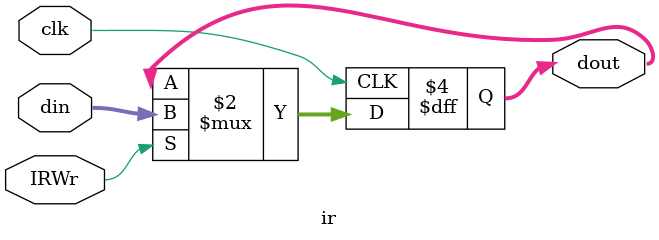
<source format=v>
module ir(din,IRWr,clk,dout);
    input   [31:0]   din ;//input instruction
    input            IRWr ;//IR write enable
    input            clk ;//clock
    output  [31:0]   dout ;//output instruction
    
    reg   [31:0]   dout ;
    
    always @(negedge clk)
       if (IRWr)
          dout <= din ;
    
    
endmodule

</source>
